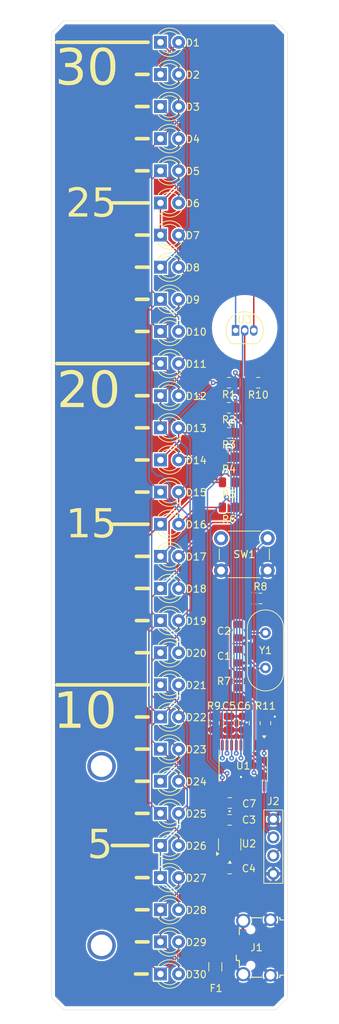
<source format=kicad_pcb>
(kicad_pcb (version 20240108) (generator "pcbnew") (generator_version "8.0")
  (layers (0 "F.Cu" signal) (31 "B.Cu" signal) (34 "B.Paste" user) (35 "F.Paste" user) (36 "B.SilkS" user "B.Silkscreen") (37 "F.SilkS" user "F.Silkscreen") (38 "B.Mask" user) (39 "F.Mask" user) (44 "Edge.Cuts" user))
  (net 0 "")
  (net 1 "GND")
  (net 2 "+5V")
  (net 3 "Net-(D1-A)")
  (net 4 "Net-(D10-A)")
  (net 5 "IO6")
  (net 6 "RST")
  (net 7 "IO5")
  (net 8 "IO4")
  (net 9 "IO1")
  (net 10 "IO2")
  (net 11 "IO3")
  (net 12 "IO0")
  (net 13 "IO7")
  (net 14 "Net-(D1-K)")
  (net 15 "Net-(D11-A)")
  (net 16 "Net-(D11-K)")
  (net 17 "Net-(D13-A)")
  (net 18 "+3.3V")
  (net 19 "Net-(C2-Pad2)")
  (net 20 "Net-(U1-PF0)")
  (net 21 "B")
  (net 22 "D-")
  (net 23 "D+")
  (net 24 "IO13")
  (net 25 "Net-(U1-PF1)")
  (net 29 "Net-(J1-VBUS)")
  (footprint "Resistor_SMD:R_0805_2012Metric" (layer "F.Cu") (at 109.8 90.4 180)
    (property "Reference" "R5")
    (property "Value" "22")
  )
  (footprint "LED_THT:LED_D3.0mm" (layer "F.Cu") (at 100.23 141.0689)
    (property "Reference" "D26")
    (property "Value" "LED")
  )
  (footprint "LED_THT:LED_D3.0mm" (layer "F.Cu") (at 100.23 132.1034)
    (property "Reference" "D24")
    (property "Value" "LED")
  )
  (footprint "LED_THT:LED_D3.0mm" (layer "F.Cu") (at 100.23 29)
    (property "Reference" "D1")
    (property "Value" "LED")
  )
  (footprint "LED_THT:LED_D3.0mm" (layer "F.Cu") (at 100.23 109.6896)
    (property "Reference" "D19")
    (property "Value" "LED")
  )
  (footprint "Resistor_SMD:R_0805_2012Metric" (layer "F.Cu") (at 109.8 76.5 180)
    (property "Reference" "R1")
    (property "Value" "22")
  )
  (footprint "LED_THT:LED_D3.0mm" (layer "F.Cu") (at 100.23 55.8965)
    (property "Reference" "D7")
    (property "Value" "LED")
  )
  (footprint "LED_THT:LED_D3.0mm" (layer "F.Cu") (at 100.23 145.5517)
    (property "Reference" "D27")
    (property "Value" "LED")
  )
  (footprint "LED_THT:LED_D3.0mm" (layer "F.Cu") (at 100.23 73.8276)
    (property "Reference" "D11")
    (property "Value" "LED")
  )
  (footprint "LED_THT:LED_D3.0mm" (layer "F.Cu") (at 100.23 33.4828)
    (property "Reference" "D2")
    (property "Value" "LED")
  )
  (footprint "Fiducial:Fiducial_1mm_Mask2mm" (layer "F.Cu") (at 115.9 148.4)
    (property "Reference" "FID1" (hide yes))
    (property "Value" "Fiducial_1mm_Mask2mm")
  )
  (footprint "LED_THT:LED_D3.0mm" (layer "F.Cu") (at 100.23 37.9655)
    (property "Reference" "D3")
    (property "Value" "LED")
  )
  (footprint "Capacitor_SMD:C_0805_2012Metric" (layer "F.Cu") (at 109.925 135.1375 180)
    (property "Reference" "C7")
    (property "Value" "100nF")
  )
  (footprint "Resistor_SMD:R_0805_2012Metric" (layer "F.Cu") (at 109.8 86.9 180)
    (property "Reference" "R4")
    (property "Value" "22")
  )
  (footprint "Capacitor_SMD:C_0805_2012Metric" (layer "F.Cu") (at 109.9 137.5 180)
    (property "Reference" "C3")
    (property "Value" "1µF")
  )
  (footprint "LED_THT:LED_D3.0mm" (layer "F.Cu") (at 100.23 69.3448)
    (property "Reference" "D10")
    (property "Value" "LED")
  )
  (footprint "LED_THT:LED_D3.0mm" (layer "F.Cu") (at 100.23 159)
    (property "Reference" "D30")
    (property "Value" "LED")
  )
  (footprint "Capacitor_SMD:C_0805_2012Metric" (layer "F.Cu") (at 109.9 144.2875 180)
    (property "Reference" "C4")
    (property "Value" "1µF")
  )
  (footprint "LED_THT:LED_D3.0mm" (layer "F.Cu") (at 100.23 114.1724)
    (property "Reference" "D20")
    (property "Value" "LED")
  )
  (footprint "Mounting_Wuerth:Mounting_Wuerth_WA-SMSI-M1.6_H2.5mm_ThreadDepth1.5mm_NoNPTH_97730256330" (layer "F.Cu") (at 92 155)
    (property "Reference" "REF2" (hide yes))
    (property "Value" "Mounting_Wuerth_WA-SMSI-M1.6_H2.5mm_ThreadDepth1.5mm_NoNPTH_97730256330" (hide yes))
  )
  (footprint "Fuse:Fuse_1206_3216Metric" (layer "F.Cu") (at 107.9 158 90)
    (property "Reference" "F1")
    (property "Value" "Fuse_Small")
  )
  (footprint "LED_THT:LED_D3.0mm" (layer "F.Cu") (at 100.23 87.2759)
    (property "Reference" "D14")
    (property "Value" "LED")
  )
  (footprint "LED_THT:LED_D3.0mm" (layer "F.Cu") (at 100.23 96.2414)
    (property "Reference" "D16")
    (property "Value" "LED")
  )
  (footprint "LED_THT:LED_D3.0mm" (layer "F.Cu") (at 100.23 91.7586)
    (property "Reference" "D15")
    (property "Value" "LED")
  )
  (footprint "Capacitor_SMD:C_0805_2012Metric" (layer "F.Cu") (at 111.9 124 90)
    (property "Reference" "C6")
    (property "Value" "100nF")
  )
  (footprint "LED_THT:LED_D3.0mm" (layer "F.Cu") (at 100.23 64.8621)
    (property "Reference" "D9")
    (property "Value" "LED")
  )
  (footprint "Connector_PinHeader_2.54mm:PinHeader_1x04_P2.54mm_Vertical" (layer "F.Cu") (at 116 137.4)
    (property "Reference" "J2")
    (property "Value" "Conn_01x04")
  )
  (footprint "Resistor_SMD:R_0805_2012Metric" (layer "F.Cu") (at 109.8 80 180)
    (property "Reference" "R2")
    (property "Value" "22")
  )
  (footprint "LED_THT:LED_D3.0mm" (layer "F.Cu") (at 100.23 46.931)
    (property "Reference" "D5")
    (property "Value" "LED")
  )
  (footprint "LED_THT:LED_D3.0mm" (layer "F.Cu") (at 100.23 42.4483)
    (property "Reference" "D4")
    (property "Value" "LED")
  )
  (footprint "Resistor_SMD:R_0805_2012Metric" (layer "F.Cu") (at 111.1 118.15 -90)
    (property "Reference" "R7")
    (property "Value" "TBD")
  )
  (footprint "Package_SO:TSSOP-20_4.4x6.5mm_P0.65mm" (layer "F.Cu") (at 111.8 129.95 -90)
    (property "Reference" "U1")
    (property "Value" "STM32F070F6Px")
  )
  (footprint "Resistor_SMD:R_0805_2012Metric" (layer "F.Cu") (at 107.7 124 -90)
    (property "Reference" "R9")
    (property "Value" "5K")
  )
  (footprint "Resistor_SMD:R_0805_2012Metric" (layer "F.Cu") (at 113.9 76.5 180)
    (property "Reference" "R10")
    (property "Value" "5K")
  )
  (footprint "LED_THT:LED_D3.0mm" (layer "F.Cu") (at 100.23 82.7931)
    (property "Reference" "D13")
    (property "Value" "LED")
  )
  (footprint "Package_TO_SOT_SMD:SOT-23-5" (layer "F.Cu") (at 109.9 140.925 90)
    (property "Reference" "U2")
    (property "Value" "RT9080")
  )
  (footprint "Fiducial:Fiducial_1mm_Mask2mm" (layer "F.Cu") (at 115.3 28.7)
    (property "Reference" "FID1" (hide yes))
    (property "Value" "Fiducial_1mm_Mask2mm")
  )
  (footprint "LED_THT:LED_D3.0mm" (layer "F.Cu") (at 100.23 51.4138)
    (property "Reference" "D6")
    (property "Value" "LED")
  )
  (footprint "LED_THT:LED_D3.0mm" (layer "F.Cu") (at 100.23 127.6207)
    (property "Reference" "D23")
    (property "Value" "LED")
  )
  (footprint "Capacitor_SMD:C_0805_2012Metric" (layer "F.Cu") (at 111.1 114.65 90)
    (property "Reference" "C1")
    (property "Value" "TBD")
  )
  (footprint "Crystal:Crystal_HC18-U_Vertical" (layer "F.Cu") (at 114.9 111.4 -90)
    (property "Reference" "Y1")
    (property "Value" "TBD")
  )
  (footprint "Resistor_SMD:R_0805_2012Metric" (layer "F.Cu") (at 114.2 106.6)
    (property "Reference" "R8")
    (property "Value" "5K")
  )
  (footprint "LED_THT:LED_D3.0mm" (layer "F.Cu") (at 100.23 105.2069)
    (property "Reference" "D18")
    (property "Value" "LED")
  )
  (footprint "LED_THT:LED_D3.0mm" (layer "F.Cu") (at 100.23 154.5172)
    (property "Reference" "D29")
    (property "Value" "LED")
  )
  (footprint "LED_THT:LED_D3.0mm" (layer "F.Cu") (at 100.23 123.1379)
    (property "Reference" "D22")
    (property "Value" "LED")
  )
  (footprint "Fiducial:Fiducial_1mm_Mask2mm" (layer "F.Cu") (at 87.1 148.4)
    (property "Reference" "FID1" (hide yes))
    (property "Value" "Fiducial_1mm_Mask2mm")
  )
  (footprint "LED_THT:LED_D3.0mm" (layer "F.Cu") (at 100.23 118.6552)
    (property "Reference" "D21")
    (property "Value" "LED")
  )
  (footprint "Button_Switch_THT:SW_PUSH_6mm" (layer "F.Cu") (at 115.2 102.7 180)
    (property "Reference" "SW1")
    (property "Value" "SW_MEC")
  )
  (footprint "Package_TO_SOT_THT:TO-92_Inline" (layer "F.Cu") (at 110.73 69.2)
    (property "Reference" "U3")
    (property "Value" "DS18B20")
  )
  (footprint "LED_THT:LED_D3.0mm" (layer "F.Cu") (at 100.23 150.0345)
    (property "Reference" "D28")
    (property "Value" "LED")
  )
  (footprint "Mounting_Wuerth:Mounting_Wuerth_WA-SMSI-M1.6_H2.5mm_ThreadDepth1.5mm_NoNPTH_97730256330" (layer "F.Cu") (at 92 130)
    (property "Reference" "REF2" (hide yes))
    (property "Value" "Mounting_Wuerth_WA-SMSI-M1.6_H2.5mm_ThreadDepth1.5mm_NoNPTH_97730256330" (hide yes))
  )
  (footprint "Connector_USB:USB_Micro-B_Wuerth_629105150521_CircularHoles" (layer "F.Cu") (at 113.65 155.305 90)
    (property "Reference" "J1")
    (property "Value" "USB_B_Micro")
  )
  (footprint "LED_THT:LED_D3.0mm" (layer "F.Cu") (at 100.23 60.3793)
    (property "Reference" "D8")
    (property "Value" "LED")
  )
  (footprint "LED_THT:LED_D3.0mm" (layer "F.Cu") (at 100.23 100.7241)
    (property "Reference" "D17")
    (property "Value" "LED")
  )
  (footprint "LED_THT:LED_D3.0mm" (layer "F.Cu") (at 100.23 78.3103)
    (property "Reference" "D12")
    (property "Value" "LED")
  )
  (footprint "Resistor_SMD:R_0805_2012Metric" (layer "F.Cu") (at 114.9 124 -90)
    (property "Reference" "R11")
    (property "Value" "5K")
  )
  (footprint "Resistor_SMD:R_0805_2012Metric" (layer "F.Cu") (at 109.8 93.9 180)
    (property "Reference" "R6")
    (property "Value" "22")
  )
  (footprint "Capacitor_SMD:C_0805_2012Metric" (layer "F.Cu") (at 109.8 124 90)
    (property "Reference" "C5")
    (property "Value" "1µF")
  )
  (footprint "Resistor_SMD:R_0805_2012Metric" (layer "F.Cu") (at 109.8 83.5 180)
    (property "Reference" "R3")
    (property "Value" "22")
  )
  (footprint "Capacitor_SMD:C_0805_2012Metric" (layer "F.Cu") (at 111.1 111.15 90)
    (property "Reference" "C2")
    (property "Value" "TBD")
  )
  (footprint "LED_THT:LED_D3.0mm" (layer "F.Cu") (at 100.23 136.5862)
    (property "Reference" "D25")
    (property "Value" "LED")
  )
  (gr_line (start 98.5 78.310338) (end 96.875 78.310338) (stroke (width 0.5)) (layer "F.SilkS"))
  (gr_line (start 98.5 141.06895) (end 93.5 141.06895) (stroke (width 0.5)) (layer "F.SilkS"))
  (gr_line (start 98.5 127.620676) (end 96.875 127.620676) (stroke (width 0.5)) (layer "F.SilkS"))
  (gr_line (start 98.5 114.172402) (end 96.875 114.172402) (stroke (width 0.5)) (layer "F.SilkS"))
  (gr_line (start 98.5 51.4138) (end 93.5 51.4138) (stroke (width 0.5)) (layer "F.SilkS"))
  (gr_line (start 98.5 42.448274) (end 96.875 42.448274) (stroke (width 0.5)) (layer "F.SilkS"))
  (gr_line (start 98.5 64.862064) (end 96.875 64.862064) (stroke (width 0.5)) (layer "F.SilkS"))
  (gr_line (start 98.5 132.103434) (end 96.875 132.103434) (stroke (width 0.5)) (layer "F.SilkS"))
  (gr_line (start 98.5 82.793096) (end 96.875 82.793096) (stroke (width 0.5)) (layer "F.SilkS"))
  (gr_line (start 98.5 123.137918) (end 96.875 123.137918) (stroke (width 0.5)) (layer "F.SilkS"))
  (gr_line (start 98.5 60.379306) (end 96.875 60.379306) (stroke (width 0.5)) (layer "F.SilkS"))
  (gr_line (start 98.5 105.206886) (end 96.875 105.206886) (stroke (width 0.5)) (layer "F.SilkS"))
  (gr_line (start 98.375 159) (end 96.75 159) (stroke (width 0.5)) (layer "F.SilkS"))
  (gr_line (start 98.5 33.482758) (end 96.875 33.482758) (stroke (width 0.5)) (layer "F.SilkS"))
  (gr_line (start 98.5 69.344822) (end 96.875 69.344822) (stroke (width 0.5)) (layer "F.SilkS"))
  (gr_line (start 98.5 37.965516) (end 96.875 37.965516) (stroke (width 0.5)) (layer "F.SilkS"))
  (gr_line (start 98.5 154.517224) (end 96.875 154.517224) (stroke (width 0.5)) (layer "F.SilkS"))
  (gr_line (start 98.5 29) (end 85.75 29) (stroke (width 0.5)) (layer "F.SilkS"))
  (gr_line (start 98.5 136.586192) (end 96.875 136.586192) (stroke (width 0.5)) (layer "F.SilkS"))
  (gr_line (start 98.5 73.82758) (end 85.75 73.82758) (stroke (width 0.5)) (layer "F.SilkS"))
  (gr_line (start 98.5 100.724128) (end 96.875 100.724128) (stroke (width 0.5)) (layer "F.SilkS"))
  (gr_line (start 98.5 150.034466) (end 96.875 150.034466) (stroke (width 0.5)) (layer "F.SilkS"))
  (gr_line (start 98.5 109.689644) (end 96.875 109.689644) (stroke (width 0.5)) (layer "F.SilkS"))
  (gr_line (start 98.5 46.931032) (end 96.875 46.931032) (stroke (width 0.5)) (layer "F.SilkS"))
  (gr_line (start 98.5 96.25) (end 93.5 96.25) (stroke (width 0.5)) (layer "F.SilkS"))
  (gr_line (start 98.5 87.275854) (end 96.875 87.275854) (stroke (width 0.5)) (layer "F.SilkS"))
  (gr_line (start 98.5 55.896548) (end 96.875 55.896548) (stroke (width 0.5)) (layer "F.SilkS"))
  (gr_line (start 98.5 145.551708) (end 96.875 145.551708) (stroke (width 0.5)) (layer "F.SilkS"))
  (gr_line (start 98.5 91.758612) (end 96.875 91.758612) (stroke (width 0.5)) (layer "F.SilkS"))
  (gr_line (start 98.5 118.65516) (end 85.75 118.65516) (stroke (width 0.5)) (layer "F.SilkS"))
  (gr_line (start 86.7 164) (end 85 162.3) (stroke (width 0.05)) (layer "Edge.Cuts"))
  (gr_line (start 85 27.7) (end 85 162.3) (stroke (width 0.05)) (layer "Edge.Cuts"))
  (gr_line (start 118 162.3) (end 116.3 164) (stroke (width 0.05)) (layer "Edge.Cuts"))
  (gr_line (start 116.3 26) (end 86.7 26) (stroke (width 0.05)) (layer "Edge.Cuts"))
  (gr_line (start 118 27.7) (end 116.3 26) (stroke (width 0.05)) (layer "Edge.Cuts"))
  (gr_line (start 118 162.3) (end 118 27.7) (stroke (width 0.05)) (layer "Edge.Cuts"))
  (gr_line (start 86.7 164) (end 116.3 164) (stroke (width 0.05)) (layer "Edge.Cuts"))
  (gr_line (start 85 27.7) (end 86.7 26) (stroke (width 0.05)) (layer "Edge.Cuts"))
  (gr_text "30" (at 85.5 35.75 0) (layer "F.SilkS") (effects (font (size 5 5) (thickness 0.5)) (justify left bottom)))
  (gr_text "5" (at 90 143.5 0) (layer "F.SilkS") (effects (font (size 4 4) (thickness 0.5)) (justify left bottom)))
  (gr_text "25" (at 87 54 0) (layer "F.SilkS") (effects (font (size 4 4) (thickness 0.5)) (justify left bottom)))
  (gr_text "20" (at 85.75 80.75 0) (layer "F.SilkS") (effects (font (size 5 5) (thickness 0.5)) (justify left bottom)))
  (gr_text "15" (at 87 98.75 0) (layer "F.SilkS") (effects (font (size 4 4) (thickness 0.5)) (justify left bottom)))
  (gr_text "10" (at 85.25 125.5 0) (layer "F.SilkS") (effects (font (size 5 5) (thickness 0.5)) (justify left bottom)))
  (segment (start 111.9 123.05) (end 109.8 123.05) (width 0.4) (layer "F.Cu") (net 1))
  (segment (start 109.9 136.3) (end 108.975 135.375) (width 0.4) (layer "F.Cu") (net 1))
  (segment (start 112.275 123.9) (end 112.275 123.425) (width 0.4) (layer "F.Cu") (net 1))
  (segment (start 112.54038 115.95962) (end 112.18076 115.6) (width 0.4) (layer "F.Cu") (net 1))
  (segment (start 110.85 137.25) (end 110.85 137.5) (width 0.4) (layer "F.Cu") (net 1))
  (segment (start 112.18076 115.6) (end 111.2 115.6) (width 0.4) (layer "F.Cu") (net 1))
  (segment (start 112.2 112.1) (end 112.6 112.5) (width 0.4) (layer "F.Cu") (net 1))
  (segment (start 110.875 137.475) (end 110.85 137.5) (width 0.2) (layer "F.Cu") (net 1))
  (segment (start 111.475 131.5) (end 111.475 132.8125) (width 0.4) (layer "F.Cu") (net 1))
  (segment (start 111.75 154.005) (end 111.75 151.63) (width 0.4) (layer "F.Cu") (net 1))
  (segment (start 108.975 135.375) (end 108.975 135.1375) (width 0.4) (layer "F.Cu") (net 1))
  (segment (start 109.9 142.0625) (end 109.9 143.3375) (width 0.4) (layer "F.Cu") (net 1))
  (segment (start 116.2 123.0875) (end 114.9 123.0875) (width 0.4) (layer "F.Cu") (net 1))
  (segment (start 111.75 151.63) (end 111.8 151.58) (width 0.2) (layer "F.Cu") (net 1))
  (segment (start 112.275 123.425) (end 111.9 123.05) (width 0.4) (layer "F.Cu") (net 1))
  (segment (start 109.9 136.3) (end 110.85 137.25) (width 0.4) (layer "F.Cu") (net 1))
  (segment (start 109.9 143.3375) (end 109.93125 143.36875) (width 0.4) (layer "F.Cu") (net 1))
  (segment (start 111.2 112.1) (end 112.2 112.1) (width 0.4) (layer "F.Cu") (net 1))
  (segment (start 109.93125 143.36875) (end 110.85 144.2875) (width 0.4) (layer "F.Cu") (net 1))
  (via (at 109.93125 143.36875) (size 0.7) (drill 0.3) (layers "F.Cu" "B.Cu") (net 1))
  (via (at 111.475 131.5) (size 0.7) (drill 0.3) (layers "F.Cu" "B.Cu") (net 1))
  (via (at 109.9 136.3) (size 0.7) (drill 0.3) (layers "F.Cu" "B.Cu") (net 1))
  (via (at 112.275 123.9) (size 0.7) (drill 0.3) (layers "F.Cu" "B.Cu") (net 1))
  (via (at 112.54038 115.95962) (size 0.7) (drill 0.3) (layers "F.Cu" "B.Cu") (net 1))
  (via (at 112.6 112.5) (size 0.7) (drill 0.3) (layers "F.Cu" "B.Cu") (net 1))
  (via (at 116.2 123.0875) (size 0.7) (drill 0.3) (layers "F.Cu" "B.Cu") (net 1))
  (segment (start 110.73 69.2) (end 110.73 64.23) (width 0.2) (layer "B.Cu") (net 1))
  (segment (start 108.95 141.709448) (end 108.95 142.0625) (width 0.2) (layer "F.Cu") (net 2))
  (segment (start 108.95 144.2875) (end 108.95 142.0625) (width 0.4) (layer "F.Cu") (net 2))
  (segment (start 110.85 142.0625) (end 110.85 141.709448) (width 0.2) (layer "F.Cu") (net 2))
  (segment (start 110.85 141.709448) (end 110.240552 141.1) (width 0.2) (layer "F.Cu") (net 2))
  (segment (start 109.559448 141.1) (end 108.95 141.709448) (width 0.2) (layer "F.Cu") (net 2))
  (segment (start 107.9 145.3375) (end 108.95 144.2875) (width 0.2) (layer "F.Cu") (net 2))
  (segment (start 110.240552 141.1) (end 109.559448 141.1) (width 0.2) (layer "F.Cu") (net 2))
  (segment (start 107.9 156.7) (end 107.9 145.3375) (width 0.2) (layer "F.Cu") (net 2))
  (segment (start 99 124.3679) (end 99 157.77) (width 0.2) (layer "F.Cu") (net 3))
  (segment (start 100.23 96.2414) (end 102.77 93.7014) (width 0.2) (layer "F.Cu") (net 3))
  (segment (start 102.77 93.7014) (end 102.77 91.7586) (width 0.2) (layer "F.Cu") (net 3))
  (segment (start 104.37 57.4965) (end 102.77 55.8965) (width 0.2) (layer "F.Cu") (net 3))
  (segment (start 99 157.77) (end 100.23 159) (width 0.2) (layer "F.Cu") (net 3))
  (segment (start 98.6 121.5079) (end 100.23 123.1379) (width 0.2) (layer "F.Cu") (net 3))
  (segment (start 100.23 96.2414) (end 98.6 97.8714) (width 0.2) (layer "F.Cu") (net 3))
  (segment (start 100.23 123.1379) (end 99 124.3679) (width 0.2) (layer "F.Cu") (net 3))
  (segment (start 98.6 97.8714) (end 98.6 121.5079) (width 0.2) (layer "F.Cu") (net 3))
  (segment (start 104.37 73.27) (end 104.37 57.4965) (width 0.2) (layer "F.Cu") (net 3))
  (segment (start 107.6 76.5) (end 108.8875 76.5) (width 0.2) (layer "F.Cu") (net 3))
  (segment (start 107.6 76.5) (end 104.37 73.27) (width 0.2) (layer "F.Cu") (net 3))
  (via (at 107.6 76.5) (size 0.7) (drill 0.3) (layers "F.Cu" "B.Cu") (net 3))
  (segment (start 102.77 91.7586) (end 103.97 90.5586) (width 0.2) (layer "B.Cu") (net 3))
  (segment (start 103.97 85.690157) (end 101.57 83.290157) (width 0.2) (layer "B.Cu") (net 3))
  (segment (start 100.23 31.54) (end 102.77 29) (width 0.2) (layer "B.Cu") (net 3))
  (segment (start 100.23 33.4828) (end 100.23 31.54) (width 0.2) (layer "B.Cu") (net 3))
  (segment (start 101.57 82.296043) (end 102.272943 81.5931) (width 0.2) (layer "B.Cu") (net 3))
  (segment (start 100.23 60.3793) (end 102.77 57.8393) (width 0.2) (layer "B.Cu") (net 3))
  (segment (start 102.272943 81.5931) (end 102.5069 81.5931) (width 0.2) (layer "B.Cu") (net 3))
  (segment (start 100.23 123.1379) (end 102.77 120.5979) (width 0.2) (layer "B.Cu") (net 3))
  (segment (start 102.77 55.8965) (end 103.97 54.6965) (width 0.2) (layer "B.Cu") (net 3))
  (segment (start 100.23 159) (end 102.77 156.46) (width 0.2) (layer "B.Cu") (net 3))
  (segment (start 102.77 57.8393) (end 102.77 55.8965) (width 0.2) (layer "B.Cu") (net 3))
  (segment (start 101.57 83.290157) (end 101.57 82.296043) (width 0.2) (layer "B.Cu") (net 3))
  (segment (start 102.5069 81.5931) (end 107.6 76.5) (width 0.2) (layer "B.Cu") (net 3))
  (segment (start 103.97 30.2) (end 102.77 29) (width 0.2) (layer "B.Cu") (net 3))
  (segment (start 103.97 90.5586) (end 103.97 85.690157) (width 0.2) (layer "B.Cu") (net 3))
  (segment (start 102.77 156.46) (end 102.77 154.5172) (width 0.2) (layer "B.Cu") (net 3))
  (segment (start 103.97 54.6965) (end 103.97 30.2) (width 0.2) (layer "B.Cu") (net 3))
  (segment (start 102.77 120.5979) (end 102.77 118.6552) (width 0.2) (layer "B.Cu") (net 3))
  (segment (start 102.77 96.2414) (end 105.1114 93.9) (width 0.2) (layer "F.Cu") (net 4))
  (segment (start 100.23 136.5862) (end 102.77 139.1262) (width 0.2) (layer "F.Cu") (net 4))
  (segment (start 102.77 139.1262) (end 102.77 141.0689) (width 0.2) (layer "F.Cu") (net 4))
  (segment (start 105.1114 93.9) (end 108.8875 93.9) (width 0.2) (layer "F.Cu") (net 4))
  (segment (start 100.23 46.931) (end 99 48.161) (width 0.2) (layer "B.Cu") (net 4))
  (segment (start 100.23 109.6896) (end 102.77 112.2296) (width 0.2) (layer "B.Cu") (net 4))
  (segment (start 102.77 96.2414) (end 102.77 94.2986) (width 0.2) (layer "B.Cu") (net 4))
  (segment (start 98.63 66.4621) (end 100.23 64.8621) (width 0.2) (layer "B.Cu") (net 4))
  (segment (start 99 108.4596) (end 100.23 109.6896) (width 0.2) (layer "B.Cu") (net 4))
  (segment (start 98.63 111.2896) (end 100.23 109.6896) (width 0.2) (layer "B.Cu") (net 4))
  (segment (start 102.77 49.471) (end 100.23 46.931) (width 0.2) (layer "B.Cu") (net 4))
  (segment (start 99 48.161) (end 99 63.6321) (width 0.2) (layer "B.Cu") (net 4))
  (segment (start 100.23 136.5862) (end 98.63 134.9862) (width 0.2) (layer "B.Cu") (net 4))
  (segment (start 99 63.6321) (end 100.23 64.8621) (width 0.2) (layer "B.Cu") (net 4))
  (segment (start 98.63 90.1586) (end 98.63 66.4621) (width 0.2) (layer "B.Cu") (net 4))
  (segment (start 100.23 91.7586) (end 99 92.9886) (width 0.2) (layer "B.Cu") (net 4))
  (segment (start 98.63 134.9862) (end 98.63 111.2896) (width 0.2) (layer "B.Cu") (net 4))
  (segment (start 102.77 94.2986) (end 100.23 91.7586) (width 0.2) (layer "B.Cu") (net 4))
  (segment (start 102.77 67.4021) (end 102.77 69.3448) (width 0.2) (layer "B.Cu") (net 4))
  (segment (start 102.77 51.4138) (end 102.77 49.471) (width 0.2) (layer "B.Cu") (net 4))
  (segment (start 102.77 112.2296) (end 102.77 114.1724) (width 0.2) (layer "B.Cu") (net 4))
  (segment (start 99 92.9886) (end 99 108.4596) (width 0.2) (layer "B.Cu") (net 4))
  (segment (start 100.23 64.8621) (end 102.77 67.4021) (width 0.2) (layer "B.Cu") (net 4))
  (segment (start 100.23 91.7586) (end 98.63 90.1586) (width 0.2) (layer "B.Cu") (net 4))
  (segment (start 109.525 131.000871) (end 109.525 132.8125) (width 0.2) (layer "F.Cu") (net 5))
  (segment (start 109.45 92.5) (end 109.45 92.6375) (width 0.2) (layer "F.Cu") (net 5))
  (segment (start 109.536325 130.989546) (end 109.525 131.000871) (width 0.2) (layer "F.Cu") (net 5))
  (segment (start 109.45 92.6375) (end 110.7125 93.9) (width 0.2) (layer "F.Cu") (net 5))
  (via (at 109.536325 130.989546) (size 0.7) (drill 0.3) (layers "F.Cu" "B.Cu") (net 5))
  (via (at 109.45 92.5) (size 0.7) (drill 0.3) (layers "F.Cu" "B.Cu") (net 5))
  (segment (start 109.15 130.95) (end 109.496779 130.95) (width 0.2) (layer "B.Cu") (net 5))
  (segment (start 107.2 129) (end 109.15 130.95) (width 0.2) (layer "B.Cu") (net 5))
  (segment (start 109.45 92.7) (end 107.2 94.95) (width 0.2) (layer "B.Cu") (net 5))
  (segment (start 107.2 94.95) (end 107.2 129) (width 0.2) (layer "B.Cu") (net 5))
  (segment (start 109.496779 130.95) (end 109.536325 130.989546) (width 0.2) (layer "B.Cu") (net 5))
  (segment (start 109.45 92.5) (end 109.45 92.7) (width 0.2) (layer "B.Cu") (net 5))
  (segment (start 117.15 141.33) (end 116 142.48) (width 0.2) (layer "F.Cu") (net 6))
  (segment (start 112.925 122.565256) (end 112.925 125.775) (width 0.2) (layer "F.Cu") (net 6))
  (segment (start 112.559744 122.2) (end 112.925 122.565256) (width 0.2) (layer "F.Cu") (net 6))
  (segment (start 117.15 132.674999) (end 117.15 141.33) (width 0.2) (layer "F.Cu") (net 6))
  (segment (start 108.5875 122.2) (end 112.559744 122.2) (width 0.2) (layer "F.Cu") (net 6))
  (segment (start 112.775 128.299999) (end 117.15 132.674999) (width 0.2) (layer "F.Cu") (net 6))
  (segment (start 112.775 125.925) (end 112.775 127.0875) (width 0.2) (layer "F.Cu") (net 6))
  (segment (start 112.775 127.0875) (end 112.775 128.299999) (width 0.2) (layer "F.Cu") (net 6))
  (segment (start 112.925 125.775) (end 112.775 125.925) (width 0.2) (layer "F.Cu") (net 6))
  (segment (start 107.7 123.0875) (end 108.5875 122.2) (width 0.2) (layer "F.Cu") (net 6))
  (segment (start 109.4 89) (end 109.4 89.0875) (width 0.2) (layer "F.Cu") (net 7))
  (segment (start 108.875 131.6) (end 108.875 132.8125) (width 0.2) (layer "F.Cu") (net 7))
  (segment (start 109.4 89.0875) (end 110.7125 90.4) (width 0.2) (layer "F.Cu") (net 7))
  (via (at 109.4 89) (size 0.7) (drill 0.3) (layers "F.Cu" "B.Cu") (net 7))
  (via (at 108.875 131.6) (size 0.7) (drill 0.3) (layers "F.Cu" "B.Cu") (net 7))
  (segment (start 106.8 129.2) (end 108.875 131.275) (width 0.2) (layer "B.Cu") (net 7))
  (segment (start 108.875 131.275) (end 108.875 131.6) (width 0.2) (layer "B.Cu") (net 7))
  (segment (start 109.3 89) (end 106.8 91.5) (width 0.2) (layer "B.Cu") (net 7))
  (segment (start 106.8 91.5) (end 106.8 129.2) (width 0.2) (layer "B.Cu") (net 7))
  (segment (start 109.4 89) (end 109.3 89) (width 0.2) (layer "B.Cu") (net 7))
  (segment (start 108.875 128.82253) (end 108.875 127.0875) (width 0.2) (layer "F.Cu") (net 8))
  (segment (start 109.85 85.5) (end 109.85 86.0375) (width 0.2) (layer "F.Cu") (net 8))
  (segment (start 109.85 86.0375) (end 110.7125 86.9) (width 0.2) (layer "F.Cu") (net 8))
  (segment (start 108.87575 128.82328) (end 108.875 128.82253) (width 0.2) (layer "F.Cu") (net 8))
  (via (at 108.87575 128.880236) (size 0.7) (drill 0.3) (layers "F.Cu" "B.Cu") (net 8))
  (via (at 109.85 85.5) (size 0.7) (drill 0.3) (layers "F.Cu" "B.Cu") (net 8))
  (segment (start 110.1 121.034314) (end 110.1 85.75) (width 0.2) (layer "B.Cu") (net 8))
  (segment (start 108.87575 128.82328) (end 108.875 128.82253) (width 0.2) (layer "B.Cu") (net 8))
  (segment (start 110.1 85.75) (end 109.85 85.5) (width 0.2) (layer "B.Cu") (net 8))
  (segment (start 108.875 122.259314) (end 110.1 121.034314) (width 0.2) (layer "B.Cu") (net 8))
  (segment (start 108.875 128.82253) (end 108.875 122.259314) (width 0.2) (layer "B.Cu") (net 8))
  (segment (start 110.825 128.2) (end 110.825 127.0875) (width 0.2) (layer "F.Cu") (net 9))
  (segment (start 110.7 76.4875) (end 110.7125 76.5) (width 0.2) (layer "F.Cu") (net 9))
  (segment (start 110.7 75.1) (end 110.7 76.4875) (width 0.2) (layer "F.Cu") (net 9))
  (via (at 110.7 75.1) (size 0.7) (drill 0.3) (layers "F.Cu" "B.Cu") (net 9))
  (via (at 110.825 128.2) (size 0.7) (drill 0.3) (layers "F.Cu" "B.Cu") (net 9))
  (segment (start 110.825 122.040075) (end 111.3 121.565075) (width 0.2) (layer "B.Cu") (net 9))
  (segment (start 111.3 121.565075) (end 111.3 75.7) (width 0.2) (layer "B.Cu") (net 9))
  (segment (start 110.825 128.2) (end 110.825 122.040075) (width 0.2) (layer "B.Cu") (net 9))
  (segment (start 111.3 75.7) (end 110.7 75.1) (width 0.2) (layer "B.Cu") (net 9))
  (segment (start 110.65 79.9375) (end 110.7125 80) (width 0.2) (layer "F.Cu") (net 10))
  (segment (start 110.65 78.6) (end 110.65 79.9375) (width 0.2) (layer "F.Cu") (net 10))
  (segment (start 110.175 128.886346) (end 110.175 127.0875) (width 0.2) (layer "F.Cu") (net 10))
  (via (at 110.65 78.6) (size 0.7) (drill 0.3) (layers "F.Cu" "B.Cu") (net 10))
  (via (at 110.175 128.880236) (size 0.7) (drill 0.3) (layers "F.Cu" "B.Cu") (net 10))
  (segment (start 110.175 128.886346) (end 110.175 122.125) (width 0.2) (layer "B.Cu") (net 10))
  (segment (start 110.9 78.85) (end 110.65 78.6) (width 0.2) (layer "B.Cu") (net 10))
  (segment (start 110.175 122.125) (end 110.9 121.4) (width 0.2) (layer "B.Cu") (net 10))
  (segment (start 110.9 121.4) (end 110.9 78.85) (width 0.2) (layer "B.Cu") (net 10))
  (segment (start 109.525 127.0875) (end 109.525 128.2) (width 0.2) (layer "F.Cu") (net 11))
  (segment (start 110.25 83.0375) (end 110.7125 83.5) (width 0.2) (layer "F.Cu") (net 11))
  (segment (start 110.25 82.1) (end 110.25 83.0375) (width 0.2) (layer "F.Cu") (net 11))
  (via (at 110.25 82.1) (size 0.7) (drill 0.3) (layers "F.Cu" "B.Cu") (net 11))
  (via (at 109.525 128.2) (size 0.7) (drill 0.3) (layers "F.Cu" "B.Cu") (net 11))
  (segment (start 110.5 121.234314) (end 110.5 82.35) (width 0.2) (layer "B.Cu") (net 11))
  (segment (start 109.525 128.2) (end 109.525 122.209314) (width 0.2) (layer "B.Cu") (net 11))
  (segment (start 109.525 122.209314) (end 110.5 121.234314) (width 0.2) (layer "B.Cu") (net 11))
  (segment (start 110.5 82.35) (end 110.25 82.1) (width 0.2) (layer "B.Cu") (net 11))
  (segment (start 111.475 128.87467) (end 111.475 127.0875) (width 0.2) (layer "F.Cu") (net 12))
  (segment (start 112.9875 76.5) (end 112 75.5125) (width 0.2) (layer "F.Cu") (net 12))
  (segment (start 111.480566 128.880236) (end 111.475 128.87467) (width 0.2) (layer "F.Cu") (net 12))
  (segment (start 112 75.5125) (end 112 69.2) (width 0.2) (layer "F.Cu") (net 12))
  (via (at 111.480566 128.880236) (size 0.7) (drill 0.3) (layers "F.Cu" "B.Cu") (net 12))
  (segment (start 111.7 69.5) (end 112 69.2) (width 0.2) (layer "B.Cu") (net 12))
  (segment (start 111.480566 128.880236) (end 111.480566 123.775195) (width 0.2) (layer "B.Cu") (net 12))
  (segment (start 111.480566 123.775195) (end 111.7 123.555761) (width 0.2) (layer "B.Cu") (net 12))
  (segment (start 111.7 123.555761) (end 111.7 69.5) (width 0.2) (layer "B.Cu") (net 12))
  (segment (start 101.5 126.3507) (end 102.77 127.6207) (width 0.2) (layer "F.Cu") (net 14))
  (segment (start 99 68.1148) (end 100.23 69.3448) (width 0.2) (layer "F.Cu") (net 14))
  (segment (start 108.8875 80) (end 107.245343 80) (width 0.2) (layer "F.Cu") (net 14))
  (segment (start 100.23 69.3448) (end 102.77 66.8048) (width 0.2) (layer "F.Cu") (net 14))
  (segment (start 111.525 94.584744) (end 110.109744 96) (width 0.2) (layer "F.Cu") (net 14))
  (segment (start 101.5 122.0079) (end 101.5 126.3507) (width 0.2) (layer "F.Cu") (net 14))
  (segment (start 99 43.6783) (end 99 68.1148) (width 0.2) (layer "F.Cu") (net 14))
  (segment (start 109.069239 80) (end 111.525 82.455761) (width 0.2) (layer "F.Cu") (net 14))
  (segment (start 100.23 42.4483) (end 99 43.6783) (width 0.2) (layer "F.Cu") (net 14))
  (segment (start 110.109744 96) (end 107.4941 96) (width 0.2) (layer "F.Cu") (net 14))
  (segment (start 100.23 29) (end 102.77 31.54) (width 0.2) (layer "F.Cu") (net 14))
  (segment (start 108.8875 80) (end 109.069239 80) (width 0.2) (layer "F.Cu") (net 14))
  (segment (start 100.3921 120.9) (end 101.5 122.0079) (width 0.2) (layer "F.Cu") (net 14))
  (segment (start 99.03 106.4069) (end 99.03 120.13) (width 0.2) (layer "F.Cu") (net 14))
  (segment (start 102.77 37.9655) (end 102.77 39.9083) (width 0.2) (layer "F.Cu") (net 14))
  (segment (start 111.525 82.455761) (end 111.525 94.584744) (width 0.2) (layer "F.Cu") (net 14))
  (segment (start 101.5 74.254657) (end 101.5 70.6148) (width 0.2) (layer "F.Cu") (net 14))
  (segment (start 107.4941 96) (end 102.77 100.7241) (width 0.2) (layer "F.Cu") (net 14))
  (segment (start 101.5 70.6148) (end 100.23 69.3448) (width 0.2) (layer "F.Cu") (net 14))
  (segment (start 102.77 66.8048) (end 102.77 64.8621) (width 0.2) (layer "F.Cu") (net 14))
  (segment (start 107.245343 80) (end 101.5 74.254657) (width 0.2) (layer "F.Cu") (net 14))
  (segment (start 100.23 105.2069) (end 99.03 106.4069) (width 0.2) (layer "F.Cu") (net 14))
  (segment (start 102.77 33.4828) (end 102.77 37.9655) (width 0.2) (layer "F.Cu") (net 14))
  (segment (start 99.8 120.9) (end 100.3921 120.9) (width 0.2) (layer "F.Cu") (net 14))
  (segment (start 102.77 31.54) (end 102.77 33.4828) (width 0.2) (layer "F.Cu") (net 14))
  (segment (start 102.77 39.9083) (end 100.23 42.4483) (width 0.2) (layer "F.Cu") (net 14))
  (segment (start 99.03 120.13) (end 99.8 120.9) (width 0.2) (layer "F.Cu") (net 14))
  (segment (start 102.77 129.5634) (end 102.77 127.6207) (width 0.2) (layer "B.Cu") (net 14))
  (segment (start 102.77 100.7241) (end 102.77 102.6669) (width 0.2) (layer "B.Cu") (net 14))
  (segment (start 100.23 132.1034) (end 102.77 129.5634) (width 0.2) (layer "B.Cu") (net 14))
  (segment (start 102.77 102.6669) (end 100.23 105.2069) (width 0.2) (layer "B.Cu") (net 14))
  (segment (start 103.97 72.6276) (end 103.97 61.5793) (width 0.2) (layer "F.Cu") (net 15))
  (segment (start 102.77 46.931) (end 102.77 42.4483) (width 0.2) (layer "F.Cu") (net 15))
  (segment (start 100.23 55.8965) (end 100.23 51.4138) (width 0.2) (layer "F.Cu") (net 15))
  (segment (start 100.23 51.4138) (end 102.77 48.8738) (width 0.2) (layer "F.Cu") (net 15))
  (segment (start 102.77 58.4365) (end 100.23 55.8965) (width 0.2) (layer "F.Cu") (net 15))
  (segment (start 103.97 61.5793) (end 102.77 60.3793) (width 0.2) (layer "F.Cu") (net 15))
  (segment (start 102.77 48.8738) (end 102.77 46.931) (width 0.2) (layer "F.Cu") (net 15))
  (segment (start 102.77 60.3793) (end 102.77 58.4365) (width 0.2) (layer "F.Cu") (net 15))
  (segment (start 100.23 82.7931) (end 100.23 78.3103) (width 0.2) (layer "F.Cu") (net 15))
  (segment (start 108.8875 86.9) (end 103.1459 86.9) (width 0.2) (layer "F.Cu") (net 15))
  (segment (start 102.77 73.8276) (end 103.97 72.6276) (width 0.2) (layer "F.Cu") (net 15))
  (segment (start 103.1459 86.9) (end 102.77 87.2759) (width 0.2) (layer "F.Cu") (net 15))
  (segment (start 100.23 78.3103) (end 102.77 75.7703) (width 0.2) (layer "B.Cu") (net 15))
  (segment (start 102.77 75.7703) (end 102.77 73.8276) (width 0.2) (layer "B.Cu") (net 15))
  (segment (start 102.77 42.4483) (end 102.77 40.5055) (width 0.2) (layer "B.Cu") (net 15))
  (segment (start 102.77 85.3331) (end 100.23 82.7931) (width 0.2) (layer "B.Cu") (net 15))
  (segment (start 102.77 87.2759) (end 102.77 85.3331) (width 0.2) (layer "B.Cu") (net 15))
  (segment (start 102.77 40.5055) (end 100.23 37.9655) (width 0.2) (layer "B.Cu") (net 15))
  (segment (start 101.43 95.87) (end 106.9 90.4) (width 0.2) (layer "F.Cu") (net 16))
  (segment (start 100.23 100.7241) (end 101.43 99.5241) (width 0.2) (layer "F.Cu") (net 16))
  (segment (start 102.77 121.1952) (end 100.23 118.6552) (width 0.2) (layer "F.Cu") (net 16))
  (segment (start 103.97 121.9379) (end 103.97 106.4069) (width 0.2) (layer "F.Cu") (net 16))
  (segment (start 102.77 123.1379) (end 102.77 121.1952) (width 0.2) (layer "F.Cu") (net 16))
  (segment (start 102.77 78.3103) (end 102.77 76.3676) (width 0.2) (layer "F.Cu") (net 16))
  (segment (start 102.77 103.2641) (end 100.23 100.7241) (width 0.2) (layer "F.Cu") (net 16))
  (segment (start 102.77 76.3676) (end 100.23 73.8276) (width 0.2) (layer "F.Cu") (net 16))
  (segment (start 102.77 123.1379) (end 103.97 121.9379) (width 0.2) (layer "F.Cu") (net 16))
  (segment (start 103.97 106.4069) (end 102.77 105.2069) (width 0.2) (layer "F.Cu") (net 16))
  (segment (start 101.43 99.5241) (end 101.43 95.87) (width 0.2) (layer "F.Cu") (net 16))
  (segment (start 102.77 105.2069) (end 102.77 103.2641) (width 0.2) (layer "F.Cu") (net 16))
  (segment (start 106.9 90.4) (end 108.8875 90.4) (width 0.2) (layer "F.Cu") (net 16))
  (segment (start 103.97 96.9841) (end 100.23 100.7241) (width 0.2) (layer "B.Cu") (net 16))
  (segment (start 102.77 148.0917) (end 100.23 145.5517) (width 0.2) (layer "B.Cu") (net 16))
  (segment (start 101.57 90.6986) (end 101.57 92.47) (width 0.2) (layer "B.Cu") (net 16))
  (segment (start 102.77 138.5289) (end 102.77 136.5862) (width 0.2) (layer "B.Cu") (net 16))
  (segment (start 100.3714 89.5) (end 101.57 90.6986) (width 0.2) (layer "B.Cu") (net 16))
  (segment (start 99.03 73.9276) (end 99.03 88.73) (width 0.2) (layer "B.Cu") (net 16))
  (segment (start 100.23 145.5517) (end 100.23 141.0689) (width 0.2) (layer "B.Cu") (net 16))
  (segment (start 103.97 135.3862) (end 102.77 136.5862) (width 0.2) (layer "B.Cu") (net 16))
  (segment (start 102.77 150.0345) (end 102.77 148.0917) (width 0.2) (layer "B.Cu") (net 16))
  (segment (start 100.23 73.8276) (end 99.13 73.8276) (width 0.2) (layer "B.Cu") (net 16))
  (segment (start 101.57 92.47) (end 103.97 94.87) (width 0.2) (layer "B.Cu") (net 16))
  (segment (start 103.97 94.87) (end 103.97 96.9841) (width 0.2) (layer "B.Cu") (net 16))
  (segment (start 99.03 88.73) (end 99.8 89.5) (width 0.2) (layer "B.Cu") (net 16))
  (segment (start 100.23 141.0689) (end 102.77 138.5289) (width 0.2) (layer "B.Cu") (net 16))
  (segment (start 99.13 73.8276) (end 99.03 73.9276) (width 0.2) (layer "B.Cu") (net 16))
  (segment (start 103.97 124.3379) (end 103.97 135.3862) (width 0.2) (layer "B.Cu") (net 16))
  (segment (start 102.77 123.1379) (end 103.97 124.3379) (width 0.2) (layer "B.Cu") (net 16))
  (segment (start 99.8 89.5) (end 100.3714 89.5) (width 0.2) (layer "B.Cu") (net 16))
  (segment (start 102.77 111.6324) (end 102.77 109.6896) (width 0.2) (layer "F.Cu") (net 17))
  (segment (start 102.77 130.1607) (end 100.23 127.6207) (width 0.2) (layer "F.Cu") (net 17))
  (segment (start 103.4769 83.5) (end 102.77 82.7931) (width 0.2) (layer "F.Cu") (net 17))
  (segment (start 102.77 132.1034) (end 102.77 130.1607) (width 0.2) (layer "F.Cu") (net 17))
  (segment (start 102.77 159) (end 102.77 157.0572) (width 0.2) (layer "F.Cu") (net 17))
  (segment (start 100.23 150.0345) (end 102.77 147.4945) (width 0.2) (layer "F.Cu") (net 17))
  (segment (start 100.23 114.1724) (end 102.77 111.6324) (width 0.2) (layer "F.Cu") (net 17))
  (segment (start 108.8875 83.5) (end 103.4769 83.5) (width 0.2) (layer "F.Cu") (net 17))
  (segment (start 102.77 157.0572) (end 100.23 154.5172) (width 0.2) (layer "F.Cu") (net 17))
  (segment (start 100.23 154.5172) (end 100.23 150.0345) (width 0.2) (layer "F.Cu") (net 17))
  (segment (start 103.97 144.3517) (end 103.97 133.3034) (width 0.2) (layer "F.Cu") (net 17))
  (segment (start 103.97 133.3034) (end 102.77 132.1034) (width 0.2) (layer "F.Cu") (net 17))
  (segment (start 102.77 84.7359) (end 102.77 82.7931) (width 0.2) (layer "F.Cu") (net 17))
  (segment (start 100.23 87.2759) (end 102.77 84.7359) (width 0.2) (layer "F.Cu") (net 17))
  (segment (start 102.77 147.4945) (end 102.77 145.5517) (width 0.2) (layer "F.Cu") (net 17))
  (segment (start 102.77 145.5517) (end 103.97 144.3517) (width 0.2) (layer "F.Cu") (net 17))
  (segment (start 104.37 108.0896) (end 102.77 109.6896) (width 0.2) (layer "B.Cu") (net 17))
  (segment (start 99.03 115.3724) (end 99.03 126.4207) (width 0.2) (layer "B.Cu") (net 17))
  (segment (start 100.23 114.1724) (end 99.03 115.3724) (width 0.2) (layer "B.Cu") (net 17))
  (segment (start 99.03 126.4207) (end 100.23 127.6207) (width 0.2) (layer "B.Cu") (net 17))
  (segment (start 102.77 82.7931) (end 104.37 84.3931) (width 0.2) (layer "B.Cu") (net 17))
  (segment (start 104.37 84.3931) (end 104.37 108.0896) (width 0.2) (layer "B.Cu") (net 17))
  (segment (start 112.125 124.9875) (end 112.0875 124.95) (width 0.2) (layer "F.Cu") (net 18))
  (segment (start 113.27 69.2) (end 113.27 64.3) (width 0.2) (layer "F.Cu") (net 18))
  (segment (start 110.875 134.905761) (end 110.875 135.1375) (width 0.2) (layer "F.Cu") (net 18))
  (segment (start 110.0625 124.9125) (end 110.1 124.95) (width 0.2) (layer "F.Cu") (net 18))
  (segment (start 110 111.3) (end 110 116.1375) (width 0.2) (layer "F.Cu") (net 19))
  (segment (start 112.3 111.4) (end 111.1 110.2) (width 0.2) (layer "F.Cu") (net 19))
  (segment (start 111.1 110.2) (end 110 111.3) (width 0.2) (layer "F.Cu") (net 19))
  (segment (start 110 116.1375) (end 111.1 117.2375) (width 0.2) (layer "F.Cu") (net 19))
  (segment (start 115 111.4) (end 112.3 111.4) (width 0.2) (layer "F.Cu") (net 19))
  (segment (start 113.875 117.425) (end 113.875 116.375) (width 0.2) (layer "F.Cu") (net 20))
  (segment (start 113.875 116.375) (end 111.2 113.7) (width 0.2) (layer "F.Cu") (net 20))
  (segment (start 113.875 117.425) (end 113.875 126.125) (width 0.2) (layer "F.Cu") (net 20))
  (segment (start 114.925 116.375) (end 113.875 116.375) (width 0.2) (layer "F.Cu") (net 20))
  (segment (start 113.875 126.125) (end 114.075 126.325) (width 0.2) (layer "F.Cu") (net 20))
  (segment (start 115 116.3) (end 114.925 116.375) (width 0.2) (layer "F.Cu") (net 20))
  (segment (start 114.075 126.325) (end 114.075 127.0875) (width 0.2) (layer "F.Cu") (net 20))
  (segment (start 114.725 125.2875) (end 114.725 127.0875) (width 0.2) (layer "F.Cu") (net 21))
  (segment (start 114.725 128.2) (end 114.725 127.0875) (width 0.2) (layer "F.Cu") (net 21))
  (segment (start 115.1 124.9125) (end 114.725 125.2875) (width 0.2) (layer "F.Cu") (net 21))
  (via (at 114.725 128.2) (size 0.7) (drill 0.3) (layers "F.Cu" "B.Cu") (net 21))
  (segment (start 114.725 128.2) (end 114.725 138.665) (width 0.2) (layer "B.Cu") (net 21))
  (segment (start 114.725 138.665) (end 116 139.94) (width 0.2) (layer "B.Cu") (net 21))
  (segment (start 109.1 155.072792) (end 110.127208 156.1) (width 0.7) (layer "F.Cu") (net 22))
  (segment (start 112.7 134.3) (end 112.7 145.613604) (width 0.7) (layer "F.Cu") (net 22))
  (segment (start 110.127208 156.1) (end 110.5 156.1) (width 0.7) (layer "F.Cu") (net 22))
  (segment (start 109.1 149.213604) (end 109.1 155.072792) (width 0.7) (layer "F.Cu") (net 22))
  (segment (start 112.7 145.613604) (end 109.1 149.213604) (width 0.7) (layer "F.Cu") (net 22))
  (segment (start 113.6 146) (end 113.6 134.3) (width 0.7) (layer "F.Cu") (net 23))
  (segment (start 110 149.6) (end 113.6 146) (width 0.7) (layer "F.Cu") (net 23))
  (segment (start 110.5 155.2) (end 110 154.7) (width 0.7) (layer "F.Cu") (net 23))
  (segment (start 110 154.7) (end 110 149.6) (width 0.7) (layer "F.Cu") (net 23))
  (segment (start 113.3 130.9) (end 114.075 131.675) (width 0.2) (layer "F.Cu") (net 24))
  (segment (start 114.075 131.675) (end 114.075 132.8125) (width 0.2) (layer "F.Cu") (net 24))
  (segment (start 113.9 104.4) (end 113.9 99.5) (width 0.2) (layer "F.Cu") (net 24))
  (segment (start 115.1125 106.6) (end 115.1125 105.6125) (width 0.2) (layer "F.Cu") (net 24))
  (segment (start 115.1125 105.6125) (end 113.9 104.4) (width 0.2) (layer "F.Cu") (net 24))
  (segment (start 113.9 99.5) (end 115.2 98.2) (width 0.2) (layer "F.Cu") (net 24))
  (via (at 113.3 130.9) (size 0.7) (drill 0.3) (layers "F.Cu" "B.Cu") (net 24))
  (segment (start 113.3 100.1) (end 115.2 98.2) (width 0.2) (layer "B.Cu") (net 24))
  (segment (start 113.3 130.9) (end 113.3 100.1) (width 0.2) (layer "B.Cu") (net 24))
  (segment (start 113.425 121.2875) (end 113.425 127.0875) (width 0.2) (layer "F.Cu") (net 25))
  (segment (start 111.2 119.0625) (end 113.425 121.2875) (width 0.2) (layer "F.Cu") (net 25))
  (segment (start 109.591522 159.4) (end 107.9 159.4) (width 0.2) (layer "F.Cu") (net 29))
  (segment (start 111.75 157.241522) (end 109.591522 159.4) (width 0.2) (layer "F.Cu") (net 29))
  (segment (start 111.75 156.605) (end 111.75 157.241522) (width 0.2) (layer "F.Cu") (net 29))
  (zone (net 23) (net_name "D+") (layer "F.Cu") (priority 1) (connect_pads yes (clearance 0.15)) (min_thickness 0.25) (fill yes (thermal_gap 0.5) (thermal_bridge_width 0.5))
    (polygon (pts (xy 110.475 154.8) (xy 111.1 155.1) (xy 111.523864 155.214384) (xy 111.525 155.5) (xy 111.1 155.525) (xy 110.375 155.55)))
  )
  (zone (net 22) (net_name "D-") (layer "F.Cu") (priority 1) (connect_pads yes (clearance 0.15)) (min_thickness 0.25) (fill yes (thermal_gap 0.5) (thermal_bridge_width 0.5))
    (polygon (pts (xy 112.35 134.3) (xy 112.575 133.425) (xy 112.6 133.05) (xy 112.95 133.05) (xy 112.975 133.4) (xy 113.05 134.35)))
  )
  (zone (net 18) (net_name "+3.3V") (layer "F.Cu") (connect_pads (clearance 0.2)) (min_thickness 0.2) (fill yes (thermal_gap 0.2) (thermal_bridge_width 0.5))
    (polygon (pts (xy 119.2 165.1) (xy 82.95 165.1) (xy 82.95 23.1) (xy 119.2 23.1)))
  )
  (zone (net 22) (net_name "D-") (layer "F.Cu") (priority 1) (connect_pads yes (clearance 0.15)) (min_thickness 0.25) (fill yes (thermal_gap 0.5) (thermal_bridge_width 0.5))
    (polygon (pts (xy 110.575 156.45) (xy 111.1 156.175) (xy 111.575 156.15) (xy 111.573864 155.864384) (xy 111.125 155.725) (xy 110.273864 155.764384)))
  )
  (zone (net 23) (net_name "D+") (layer "F.Cu") (priority 1) (connect_pads yes (clearance 0.15)) (min_thickness 0.25) (fill yes (thermal_gap 0.5) (thermal_bridge_width 0.5))
    (polygon (pts (xy 113.95 134.25) (xy 113.625 133.475) (xy 113.6 133.1) (xy 113.25 133.1) (xy 113.225 133.45) (xy 113.25 134.375)))
  )
  (zone (net 0) (net_name "") (layers "F&B.Cu") (connect_pads (clearance 0)) (min_thickness 0.2)
    (keepout (tracks allowed) (vias allowed) (pads allowed) (copperpour not_allowed) (footprints allowed))
    (fill (thermal_gap 0.2) (thermal_bridge_width 0.5))
    (polygon (pts (xy 116.585368 68.84) (xy 116.565808 68.416916) (xy 116.507293 67.997441) (xy 116.410325 67.585154) (xy 116.275728 67.183574) (xy 116.104653 66.796126) (xy 115.898558 66.426115) (xy 115.659203 66.076698) (xy 115.388628 65.750858) (xy 115.089142 65.451372) (xy 114.763302 65.180797) (xy 114.413885 64.941442) (xy 114.043874 64.735347) (xy 113.656426 64.564272) (xy 113.254846 64.429675) (xy 112.842559 64.332707) (xy 112.423084 64.274192) (xy 112 64.254632) (xy 111.576916 64.274192) (xy 111.157441 64.332707) (xy 110.745154 64.429675) (xy 110.343574 64.564272) (xy 109.956126 64.735347) (xy 109.586115 64.941442) (xy 109.236698 65.180797) (xy 108.910858 65.451372) (xy 108.611372 65.750858) (xy 108.340797 66.076698) (xy 108.101442 66.426115) (xy 107.895347 66.796126) (xy 107.724272 67.183574) (xy 107.589675 67.585154) (xy 107.492707 67.997441) (xy 107.434192 68.416916) (xy 107.414632 68.84) (xy 107.434192 69.263084) (xy 107.492707 69.682559) (xy 107.589675 70.094846) (xy 107.724272 70.496426) (xy 107.895347 70.883874) (xy 108.101442 71.253885) (xy 108.340797 71.603302) (xy 108.611372 71.929142) (xy 108.910858 72.228628) (xy 109.236698 72.499203) (xy 109.586115 72.738558) (xy 109.956126 72.944653) (xy 110.343574 73.115728) (xy 110.745154 73.250325) (xy 111.157441 73.347293) (xy 111.576916 73.405808) (xy 112 73.425368) (xy 112.423084 73.405808) (xy 112.842559 73.347293) (xy 113.254846 73.250325) (xy 113.656426 73.115728) (xy 114.043874 72.944653) (xy 114.413885 72.738558) (xy 114.763302 72.499203) (xy 115.089142 72.228628) (xy 115.388628 71.929142) (xy 115.659203 71.603302) (xy 115.898558 71.253885) (xy 116.104653 70.883874) (xy 116.275728 70.496426) (xy 116.410325 70.094846) (xy 116.507293 69.682559) (xy 116.565808 69.263084)))
  )
  (zone (net 1) (net_name "GND") (layer "B.Cu") (connect_pads (clearance 0.15)) (min_thickness 0.2) (fill yes (thermal_gap 0.2) (thermal_bridge_width 0.5))
    (polygon (pts (xy 119.5 166) (xy 83.25 166) (xy 83.25 24) (xy 119.5 24)))
  )
)
</source>
